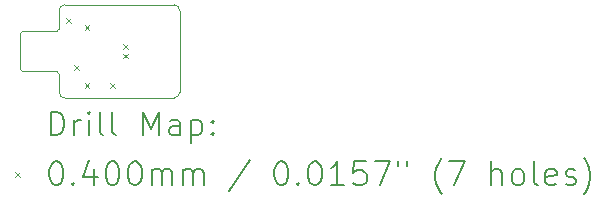
<source format=gbr>
%TF.GenerationSoftware,KiCad,Pcbnew,7.0.10*%
%TF.CreationDate,2024-01-04T16:00:58+01:00*%
%TF.ProjectId,temperature-sensor,74656d70-6572-4617-9475-72652d73656e,rev?*%
%TF.SameCoordinates,Original*%
%TF.FileFunction,Drillmap*%
%TF.FilePolarity,Positive*%
%FSLAX45Y45*%
G04 Gerber Fmt 4.5, Leading zero omitted, Abs format (unit mm)*
G04 Created by KiCad (PCBNEW 7.0.10) date 2024-01-04 16:00:58*
%MOMM*%
%LPD*%
G01*
G04 APERTURE LIST*
%ADD10C,0.100000*%
%ADD11C,0.200000*%
G04 APERTURE END LIST*
D10*
X15227000Y-9889000D02*
G75*
G03*
X15177000Y-9839000I-50000J0D01*
G01*
X15227000Y-9889000D02*
X15227000Y-10579000D01*
X14205000Y-10579000D02*
G75*
G03*
X14255000Y-10629000I50000J0D01*
G01*
X15177000Y-10629000D02*
G75*
G03*
X15227000Y-10579000I0J50000D01*
G01*
X14255000Y-10629000D02*
X15177000Y-10629000D01*
X13897000Y-10404000D02*
X14185000Y-10404000D01*
X14205000Y-10044000D02*
X14205000Y-9889000D01*
X13897000Y-10064000D02*
G75*
G03*
X13877000Y-10084000I0J-20000D01*
G01*
X14205000Y-10424000D02*
X14205000Y-10579000D01*
X14205000Y-10424000D02*
G75*
G03*
X14185000Y-10404000I-20000J0D01*
G01*
X13877000Y-10384000D02*
G75*
G03*
X13897000Y-10404000I20000J0D01*
G01*
X13877000Y-10084000D02*
X13877000Y-10384000D01*
X14255000Y-9839000D02*
X15177000Y-9839000D01*
X14185000Y-10064000D02*
G75*
G03*
X14205000Y-10044000I0J20000D01*
G01*
X14255000Y-9839000D02*
G75*
G03*
X14205000Y-9889000I0J-50000D01*
G01*
X14185000Y-10064000D02*
X13897000Y-10064000D01*
D11*
D10*
X14262000Y-9952500D02*
X14302000Y-9992500D01*
X14302000Y-9952500D02*
X14262000Y-9992500D01*
X14332000Y-10351500D02*
X14372000Y-10391500D01*
X14372000Y-10351500D02*
X14332000Y-10391500D01*
X14421000Y-10014500D02*
X14461000Y-10054500D01*
X14461000Y-10014500D02*
X14421000Y-10054500D01*
X14421000Y-10505500D02*
X14461000Y-10545500D01*
X14461000Y-10505500D02*
X14421000Y-10545500D01*
X14637000Y-10505500D02*
X14677000Y-10545500D01*
X14677000Y-10505500D02*
X14637000Y-10545500D01*
X14747000Y-10174000D02*
X14787000Y-10214000D01*
X14787000Y-10174000D02*
X14747000Y-10214000D01*
X14747000Y-10254000D02*
X14787000Y-10294000D01*
X14787000Y-10254000D02*
X14747000Y-10294000D01*
D11*
X14132777Y-10945484D02*
X14132777Y-10745484D01*
X14132777Y-10745484D02*
X14180396Y-10745484D01*
X14180396Y-10745484D02*
X14208967Y-10755008D01*
X14208967Y-10755008D02*
X14228015Y-10774055D01*
X14228015Y-10774055D02*
X14237539Y-10793103D01*
X14237539Y-10793103D02*
X14247062Y-10831198D01*
X14247062Y-10831198D02*
X14247062Y-10859770D01*
X14247062Y-10859770D02*
X14237539Y-10897865D01*
X14237539Y-10897865D02*
X14228015Y-10916912D01*
X14228015Y-10916912D02*
X14208967Y-10935960D01*
X14208967Y-10935960D02*
X14180396Y-10945484D01*
X14180396Y-10945484D02*
X14132777Y-10945484D01*
X14332777Y-10945484D02*
X14332777Y-10812150D01*
X14332777Y-10850246D02*
X14342301Y-10831198D01*
X14342301Y-10831198D02*
X14351824Y-10821674D01*
X14351824Y-10821674D02*
X14370872Y-10812150D01*
X14370872Y-10812150D02*
X14389920Y-10812150D01*
X14456586Y-10945484D02*
X14456586Y-10812150D01*
X14456586Y-10745484D02*
X14447062Y-10755008D01*
X14447062Y-10755008D02*
X14456586Y-10764531D01*
X14456586Y-10764531D02*
X14466110Y-10755008D01*
X14466110Y-10755008D02*
X14456586Y-10745484D01*
X14456586Y-10745484D02*
X14456586Y-10764531D01*
X14580396Y-10945484D02*
X14561348Y-10935960D01*
X14561348Y-10935960D02*
X14551824Y-10916912D01*
X14551824Y-10916912D02*
X14551824Y-10745484D01*
X14685158Y-10945484D02*
X14666110Y-10935960D01*
X14666110Y-10935960D02*
X14656586Y-10916912D01*
X14656586Y-10916912D02*
X14656586Y-10745484D01*
X14913729Y-10945484D02*
X14913729Y-10745484D01*
X14913729Y-10745484D02*
X14980396Y-10888341D01*
X14980396Y-10888341D02*
X15047062Y-10745484D01*
X15047062Y-10745484D02*
X15047062Y-10945484D01*
X15228015Y-10945484D02*
X15228015Y-10840722D01*
X15228015Y-10840722D02*
X15218491Y-10821674D01*
X15218491Y-10821674D02*
X15199443Y-10812150D01*
X15199443Y-10812150D02*
X15161348Y-10812150D01*
X15161348Y-10812150D02*
X15142301Y-10821674D01*
X15228015Y-10935960D02*
X15208967Y-10945484D01*
X15208967Y-10945484D02*
X15161348Y-10945484D01*
X15161348Y-10945484D02*
X15142301Y-10935960D01*
X15142301Y-10935960D02*
X15132777Y-10916912D01*
X15132777Y-10916912D02*
X15132777Y-10897865D01*
X15132777Y-10897865D02*
X15142301Y-10878817D01*
X15142301Y-10878817D02*
X15161348Y-10869293D01*
X15161348Y-10869293D02*
X15208967Y-10869293D01*
X15208967Y-10869293D02*
X15228015Y-10859770D01*
X15323253Y-10812150D02*
X15323253Y-11012150D01*
X15323253Y-10821674D02*
X15342301Y-10812150D01*
X15342301Y-10812150D02*
X15380396Y-10812150D01*
X15380396Y-10812150D02*
X15399443Y-10821674D01*
X15399443Y-10821674D02*
X15408967Y-10831198D01*
X15408967Y-10831198D02*
X15418491Y-10850246D01*
X15418491Y-10850246D02*
X15418491Y-10907389D01*
X15418491Y-10907389D02*
X15408967Y-10926436D01*
X15408967Y-10926436D02*
X15399443Y-10935960D01*
X15399443Y-10935960D02*
X15380396Y-10945484D01*
X15380396Y-10945484D02*
X15342301Y-10945484D01*
X15342301Y-10945484D02*
X15323253Y-10935960D01*
X15504205Y-10926436D02*
X15513729Y-10935960D01*
X15513729Y-10935960D02*
X15504205Y-10945484D01*
X15504205Y-10945484D02*
X15494682Y-10935960D01*
X15494682Y-10935960D02*
X15504205Y-10926436D01*
X15504205Y-10926436D02*
X15504205Y-10945484D01*
X15504205Y-10821674D02*
X15513729Y-10831198D01*
X15513729Y-10831198D02*
X15504205Y-10840722D01*
X15504205Y-10840722D02*
X15494682Y-10831198D01*
X15494682Y-10831198D02*
X15504205Y-10821674D01*
X15504205Y-10821674D02*
X15504205Y-10840722D01*
D10*
X13832000Y-11254000D02*
X13872000Y-11294000D01*
X13872000Y-11254000D02*
X13832000Y-11294000D01*
D11*
X14170872Y-11165484D02*
X14189920Y-11165484D01*
X14189920Y-11165484D02*
X14208967Y-11175008D01*
X14208967Y-11175008D02*
X14218491Y-11184531D01*
X14218491Y-11184531D02*
X14228015Y-11203579D01*
X14228015Y-11203579D02*
X14237539Y-11241674D01*
X14237539Y-11241674D02*
X14237539Y-11289293D01*
X14237539Y-11289293D02*
X14228015Y-11327388D01*
X14228015Y-11327388D02*
X14218491Y-11346436D01*
X14218491Y-11346436D02*
X14208967Y-11355960D01*
X14208967Y-11355960D02*
X14189920Y-11365484D01*
X14189920Y-11365484D02*
X14170872Y-11365484D01*
X14170872Y-11365484D02*
X14151824Y-11355960D01*
X14151824Y-11355960D02*
X14142301Y-11346436D01*
X14142301Y-11346436D02*
X14132777Y-11327388D01*
X14132777Y-11327388D02*
X14123253Y-11289293D01*
X14123253Y-11289293D02*
X14123253Y-11241674D01*
X14123253Y-11241674D02*
X14132777Y-11203579D01*
X14132777Y-11203579D02*
X14142301Y-11184531D01*
X14142301Y-11184531D02*
X14151824Y-11175008D01*
X14151824Y-11175008D02*
X14170872Y-11165484D01*
X14323253Y-11346436D02*
X14332777Y-11355960D01*
X14332777Y-11355960D02*
X14323253Y-11365484D01*
X14323253Y-11365484D02*
X14313729Y-11355960D01*
X14313729Y-11355960D02*
X14323253Y-11346436D01*
X14323253Y-11346436D02*
X14323253Y-11365484D01*
X14504205Y-11232150D02*
X14504205Y-11365484D01*
X14456586Y-11155960D02*
X14408967Y-11298817D01*
X14408967Y-11298817D02*
X14532777Y-11298817D01*
X14647062Y-11165484D02*
X14666110Y-11165484D01*
X14666110Y-11165484D02*
X14685158Y-11175008D01*
X14685158Y-11175008D02*
X14694682Y-11184531D01*
X14694682Y-11184531D02*
X14704205Y-11203579D01*
X14704205Y-11203579D02*
X14713729Y-11241674D01*
X14713729Y-11241674D02*
X14713729Y-11289293D01*
X14713729Y-11289293D02*
X14704205Y-11327388D01*
X14704205Y-11327388D02*
X14694682Y-11346436D01*
X14694682Y-11346436D02*
X14685158Y-11355960D01*
X14685158Y-11355960D02*
X14666110Y-11365484D01*
X14666110Y-11365484D02*
X14647062Y-11365484D01*
X14647062Y-11365484D02*
X14628015Y-11355960D01*
X14628015Y-11355960D02*
X14618491Y-11346436D01*
X14618491Y-11346436D02*
X14608967Y-11327388D01*
X14608967Y-11327388D02*
X14599443Y-11289293D01*
X14599443Y-11289293D02*
X14599443Y-11241674D01*
X14599443Y-11241674D02*
X14608967Y-11203579D01*
X14608967Y-11203579D02*
X14618491Y-11184531D01*
X14618491Y-11184531D02*
X14628015Y-11175008D01*
X14628015Y-11175008D02*
X14647062Y-11165484D01*
X14837539Y-11165484D02*
X14856586Y-11165484D01*
X14856586Y-11165484D02*
X14875634Y-11175008D01*
X14875634Y-11175008D02*
X14885158Y-11184531D01*
X14885158Y-11184531D02*
X14894682Y-11203579D01*
X14894682Y-11203579D02*
X14904205Y-11241674D01*
X14904205Y-11241674D02*
X14904205Y-11289293D01*
X14904205Y-11289293D02*
X14894682Y-11327388D01*
X14894682Y-11327388D02*
X14885158Y-11346436D01*
X14885158Y-11346436D02*
X14875634Y-11355960D01*
X14875634Y-11355960D02*
X14856586Y-11365484D01*
X14856586Y-11365484D02*
X14837539Y-11365484D01*
X14837539Y-11365484D02*
X14818491Y-11355960D01*
X14818491Y-11355960D02*
X14808967Y-11346436D01*
X14808967Y-11346436D02*
X14799443Y-11327388D01*
X14799443Y-11327388D02*
X14789920Y-11289293D01*
X14789920Y-11289293D02*
X14789920Y-11241674D01*
X14789920Y-11241674D02*
X14799443Y-11203579D01*
X14799443Y-11203579D02*
X14808967Y-11184531D01*
X14808967Y-11184531D02*
X14818491Y-11175008D01*
X14818491Y-11175008D02*
X14837539Y-11165484D01*
X14989920Y-11365484D02*
X14989920Y-11232150D01*
X14989920Y-11251198D02*
X14999443Y-11241674D01*
X14999443Y-11241674D02*
X15018491Y-11232150D01*
X15018491Y-11232150D02*
X15047063Y-11232150D01*
X15047063Y-11232150D02*
X15066110Y-11241674D01*
X15066110Y-11241674D02*
X15075634Y-11260722D01*
X15075634Y-11260722D02*
X15075634Y-11365484D01*
X15075634Y-11260722D02*
X15085158Y-11241674D01*
X15085158Y-11241674D02*
X15104205Y-11232150D01*
X15104205Y-11232150D02*
X15132777Y-11232150D01*
X15132777Y-11232150D02*
X15151824Y-11241674D01*
X15151824Y-11241674D02*
X15161348Y-11260722D01*
X15161348Y-11260722D02*
X15161348Y-11365484D01*
X15256586Y-11365484D02*
X15256586Y-11232150D01*
X15256586Y-11251198D02*
X15266110Y-11241674D01*
X15266110Y-11241674D02*
X15285158Y-11232150D01*
X15285158Y-11232150D02*
X15313729Y-11232150D01*
X15313729Y-11232150D02*
X15332777Y-11241674D01*
X15332777Y-11241674D02*
X15342301Y-11260722D01*
X15342301Y-11260722D02*
X15342301Y-11365484D01*
X15342301Y-11260722D02*
X15351824Y-11241674D01*
X15351824Y-11241674D02*
X15370872Y-11232150D01*
X15370872Y-11232150D02*
X15399443Y-11232150D01*
X15399443Y-11232150D02*
X15418491Y-11241674D01*
X15418491Y-11241674D02*
X15428015Y-11260722D01*
X15428015Y-11260722D02*
X15428015Y-11365484D01*
X15818491Y-11155960D02*
X15647063Y-11413103D01*
X16075634Y-11165484D02*
X16094682Y-11165484D01*
X16094682Y-11165484D02*
X16113729Y-11175008D01*
X16113729Y-11175008D02*
X16123253Y-11184531D01*
X16123253Y-11184531D02*
X16132777Y-11203579D01*
X16132777Y-11203579D02*
X16142301Y-11241674D01*
X16142301Y-11241674D02*
X16142301Y-11289293D01*
X16142301Y-11289293D02*
X16132777Y-11327388D01*
X16132777Y-11327388D02*
X16123253Y-11346436D01*
X16123253Y-11346436D02*
X16113729Y-11355960D01*
X16113729Y-11355960D02*
X16094682Y-11365484D01*
X16094682Y-11365484D02*
X16075634Y-11365484D01*
X16075634Y-11365484D02*
X16056586Y-11355960D01*
X16056586Y-11355960D02*
X16047063Y-11346436D01*
X16047063Y-11346436D02*
X16037539Y-11327388D01*
X16037539Y-11327388D02*
X16028015Y-11289293D01*
X16028015Y-11289293D02*
X16028015Y-11241674D01*
X16028015Y-11241674D02*
X16037539Y-11203579D01*
X16037539Y-11203579D02*
X16047063Y-11184531D01*
X16047063Y-11184531D02*
X16056586Y-11175008D01*
X16056586Y-11175008D02*
X16075634Y-11165484D01*
X16228015Y-11346436D02*
X16237539Y-11355960D01*
X16237539Y-11355960D02*
X16228015Y-11365484D01*
X16228015Y-11365484D02*
X16218491Y-11355960D01*
X16218491Y-11355960D02*
X16228015Y-11346436D01*
X16228015Y-11346436D02*
X16228015Y-11365484D01*
X16361348Y-11165484D02*
X16380396Y-11165484D01*
X16380396Y-11165484D02*
X16399444Y-11175008D01*
X16399444Y-11175008D02*
X16408967Y-11184531D01*
X16408967Y-11184531D02*
X16418491Y-11203579D01*
X16418491Y-11203579D02*
X16428015Y-11241674D01*
X16428015Y-11241674D02*
X16428015Y-11289293D01*
X16428015Y-11289293D02*
X16418491Y-11327388D01*
X16418491Y-11327388D02*
X16408967Y-11346436D01*
X16408967Y-11346436D02*
X16399444Y-11355960D01*
X16399444Y-11355960D02*
X16380396Y-11365484D01*
X16380396Y-11365484D02*
X16361348Y-11365484D01*
X16361348Y-11365484D02*
X16342301Y-11355960D01*
X16342301Y-11355960D02*
X16332777Y-11346436D01*
X16332777Y-11346436D02*
X16323253Y-11327388D01*
X16323253Y-11327388D02*
X16313729Y-11289293D01*
X16313729Y-11289293D02*
X16313729Y-11241674D01*
X16313729Y-11241674D02*
X16323253Y-11203579D01*
X16323253Y-11203579D02*
X16332777Y-11184531D01*
X16332777Y-11184531D02*
X16342301Y-11175008D01*
X16342301Y-11175008D02*
X16361348Y-11165484D01*
X16618491Y-11365484D02*
X16504206Y-11365484D01*
X16561348Y-11365484D02*
X16561348Y-11165484D01*
X16561348Y-11165484D02*
X16542301Y-11194055D01*
X16542301Y-11194055D02*
X16523253Y-11213103D01*
X16523253Y-11213103D02*
X16504206Y-11222627D01*
X16799444Y-11165484D02*
X16704206Y-11165484D01*
X16704206Y-11165484D02*
X16694682Y-11260722D01*
X16694682Y-11260722D02*
X16704206Y-11251198D01*
X16704206Y-11251198D02*
X16723253Y-11241674D01*
X16723253Y-11241674D02*
X16770872Y-11241674D01*
X16770872Y-11241674D02*
X16789920Y-11251198D01*
X16789920Y-11251198D02*
X16799444Y-11260722D01*
X16799444Y-11260722D02*
X16808968Y-11279769D01*
X16808968Y-11279769D02*
X16808968Y-11327388D01*
X16808968Y-11327388D02*
X16799444Y-11346436D01*
X16799444Y-11346436D02*
X16789920Y-11355960D01*
X16789920Y-11355960D02*
X16770872Y-11365484D01*
X16770872Y-11365484D02*
X16723253Y-11365484D01*
X16723253Y-11365484D02*
X16704206Y-11355960D01*
X16704206Y-11355960D02*
X16694682Y-11346436D01*
X16875634Y-11165484D02*
X17008968Y-11165484D01*
X17008968Y-11165484D02*
X16923253Y-11365484D01*
X17075634Y-11165484D02*
X17075634Y-11203579D01*
X17151825Y-11165484D02*
X17151825Y-11203579D01*
X17447063Y-11441674D02*
X17437539Y-11432150D01*
X17437539Y-11432150D02*
X17418491Y-11403579D01*
X17418491Y-11403579D02*
X17408968Y-11384531D01*
X17408968Y-11384531D02*
X17399444Y-11355960D01*
X17399444Y-11355960D02*
X17389920Y-11308341D01*
X17389920Y-11308341D02*
X17389920Y-11270246D01*
X17389920Y-11270246D02*
X17399444Y-11222627D01*
X17399444Y-11222627D02*
X17408968Y-11194055D01*
X17408968Y-11194055D02*
X17418491Y-11175008D01*
X17418491Y-11175008D02*
X17437539Y-11146436D01*
X17437539Y-11146436D02*
X17447063Y-11136912D01*
X17504206Y-11165484D02*
X17637539Y-11165484D01*
X17637539Y-11165484D02*
X17551825Y-11365484D01*
X17866111Y-11365484D02*
X17866111Y-11165484D01*
X17951825Y-11365484D02*
X17951825Y-11260722D01*
X17951825Y-11260722D02*
X17942301Y-11241674D01*
X17942301Y-11241674D02*
X17923253Y-11232150D01*
X17923253Y-11232150D02*
X17894682Y-11232150D01*
X17894682Y-11232150D02*
X17875634Y-11241674D01*
X17875634Y-11241674D02*
X17866111Y-11251198D01*
X18075634Y-11365484D02*
X18056587Y-11355960D01*
X18056587Y-11355960D02*
X18047063Y-11346436D01*
X18047063Y-11346436D02*
X18037539Y-11327388D01*
X18037539Y-11327388D02*
X18037539Y-11270246D01*
X18037539Y-11270246D02*
X18047063Y-11251198D01*
X18047063Y-11251198D02*
X18056587Y-11241674D01*
X18056587Y-11241674D02*
X18075634Y-11232150D01*
X18075634Y-11232150D02*
X18104206Y-11232150D01*
X18104206Y-11232150D02*
X18123253Y-11241674D01*
X18123253Y-11241674D02*
X18132777Y-11251198D01*
X18132777Y-11251198D02*
X18142301Y-11270246D01*
X18142301Y-11270246D02*
X18142301Y-11327388D01*
X18142301Y-11327388D02*
X18132777Y-11346436D01*
X18132777Y-11346436D02*
X18123253Y-11355960D01*
X18123253Y-11355960D02*
X18104206Y-11365484D01*
X18104206Y-11365484D02*
X18075634Y-11365484D01*
X18256587Y-11365484D02*
X18237539Y-11355960D01*
X18237539Y-11355960D02*
X18228015Y-11336912D01*
X18228015Y-11336912D02*
X18228015Y-11165484D01*
X18408968Y-11355960D02*
X18389920Y-11365484D01*
X18389920Y-11365484D02*
X18351825Y-11365484D01*
X18351825Y-11365484D02*
X18332777Y-11355960D01*
X18332777Y-11355960D02*
X18323253Y-11336912D01*
X18323253Y-11336912D02*
X18323253Y-11260722D01*
X18323253Y-11260722D02*
X18332777Y-11241674D01*
X18332777Y-11241674D02*
X18351825Y-11232150D01*
X18351825Y-11232150D02*
X18389920Y-11232150D01*
X18389920Y-11232150D02*
X18408968Y-11241674D01*
X18408968Y-11241674D02*
X18418492Y-11260722D01*
X18418492Y-11260722D02*
X18418492Y-11279769D01*
X18418492Y-11279769D02*
X18323253Y-11298817D01*
X18494682Y-11355960D02*
X18513730Y-11365484D01*
X18513730Y-11365484D02*
X18551825Y-11365484D01*
X18551825Y-11365484D02*
X18570873Y-11355960D01*
X18570873Y-11355960D02*
X18580396Y-11336912D01*
X18580396Y-11336912D02*
X18580396Y-11327388D01*
X18580396Y-11327388D02*
X18570873Y-11308341D01*
X18570873Y-11308341D02*
X18551825Y-11298817D01*
X18551825Y-11298817D02*
X18523253Y-11298817D01*
X18523253Y-11298817D02*
X18504206Y-11289293D01*
X18504206Y-11289293D02*
X18494682Y-11270246D01*
X18494682Y-11270246D02*
X18494682Y-11260722D01*
X18494682Y-11260722D02*
X18504206Y-11241674D01*
X18504206Y-11241674D02*
X18523253Y-11232150D01*
X18523253Y-11232150D02*
X18551825Y-11232150D01*
X18551825Y-11232150D02*
X18570873Y-11241674D01*
X18647063Y-11441674D02*
X18656587Y-11432150D01*
X18656587Y-11432150D02*
X18675634Y-11403579D01*
X18675634Y-11403579D02*
X18685158Y-11384531D01*
X18685158Y-11384531D02*
X18694682Y-11355960D01*
X18694682Y-11355960D02*
X18704206Y-11308341D01*
X18704206Y-11308341D02*
X18704206Y-11270246D01*
X18704206Y-11270246D02*
X18694682Y-11222627D01*
X18694682Y-11222627D02*
X18685158Y-11194055D01*
X18685158Y-11194055D02*
X18675634Y-11175008D01*
X18675634Y-11175008D02*
X18656587Y-11146436D01*
X18656587Y-11146436D02*
X18647063Y-11136912D01*
M02*

</source>
